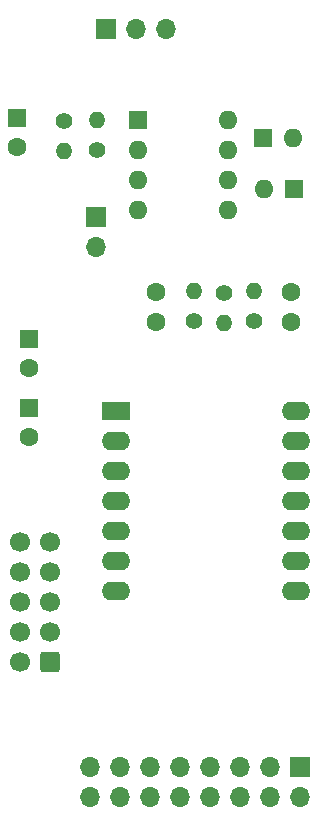
<source format=gbs>
%TF.GenerationSoftware,KiCad,Pcbnew,(6.0.1)*%
%TF.CreationDate,2022-10-15T09:01:03-04:00*%
%TF.ProjectId,SYNTH-VCO-DB-03,53594e54-482d-4564-934f-2d44422d3033,1*%
%TF.SameCoordinates,Original*%
%TF.FileFunction,Soldermask,Bot*%
%TF.FilePolarity,Negative*%
%FSLAX46Y46*%
G04 Gerber Fmt 4.6, Leading zero omitted, Abs format (unit mm)*
G04 Created by KiCad (PCBNEW (6.0.1)) date 2022-10-15 09:01:03*
%MOMM*%
%LPD*%
G01*
G04 APERTURE LIST*
G04 Aperture macros list*
%AMRoundRect*
0 Rectangle with rounded corners*
0 $1 Rounding radius*
0 $2 $3 $4 $5 $6 $7 $8 $9 X,Y pos of 4 corners*
0 Add a 4 corners polygon primitive as box body*
4,1,4,$2,$3,$4,$5,$6,$7,$8,$9,$2,$3,0*
0 Add four circle primitives for the rounded corners*
1,1,$1+$1,$2,$3*
1,1,$1+$1,$4,$5*
1,1,$1+$1,$6,$7*
1,1,$1+$1,$8,$9*
0 Add four rect primitives between the rounded corners*
20,1,$1+$1,$2,$3,$4,$5,0*
20,1,$1+$1,$4,$5,$6,$7,0*
20,1,$1+$1,$6,$7,$8,$9,0*
20,1,$1+$1,$8,$9,$2,$3,0*%
G04 Aperture macros list end*
%ADD10R,1.700000X1.700000*%
%ADD11O,1.700000X1.700000*%
%ADD12R,1.600000X1.600000*%
%ADD13C,1.600000*%
%ADD14O,1.600000X1.600000*%
%ADD15C,1.400000*%
%ADD16O,1.400000X1.400000*%
%ADD17RoundRect,0.250000X0.600000X0.600000X-0.600000X0.600000X-0.600000X-0.600000X0.600000X-0.600000X0*%
%ADD18C,1.700000*%
%ADD19R,2.400000X1.600000*%
%ADD20O,2.400000X1.600000*%
G04 APERTURE END LIST*
D10*
%TO.C,J2*%
X86500000Y-42500000D03*
D11*
X89040000Y-42500000D03*
X91580000Y-42500000D03*
%TD*%
D12*
%TO.C,C11*%
X79000000Y-50000000D03*
D13*
X79000000Y-52500000D03*
%TD*%
D12*
%TO.C,C9*%
X80022000Y-74552888D03*
D13*
X80022000Y-77052888D03*
%TD*%
D12*
%TO.C,D1*%
X99824315Y-51750000D03*
D14*
X102364315Y-51750000D03*
%TD*%
D10*
%TO.C,J1*%
X103000000Y-105000000D03*
D11*
X103000000Y-107540000D03*
X100460000Y-105000000D03*
X100460000Y-107540000D03*
X97920000Y-105000000D03*
X97920000Y-107540000D03*
X95380000Y-105000000D03*
X95380000Y-107540000D03*
X92840000Y-105000000D03*
X92840000Y-107540000D03*
X90300000Y-105000000D03*
X90300000Y-107540000D03*
X87760000Y-105000000D03*
X87760000Y-107540000D03*
X85220000Y-105000000D03*
X85220000Y-107540000D03*
%TD*%
D15*
%TO.C,R3*%
X85750000Y-52720000D03*
D16*
X85750000Y-50180000D03*
%TD*%
D13*
%TO.C,C2*%
X102235000Y-64789990D03*
X102235000Y-67289990D03*
%TD*%
D15*
%TO.C,R5*%
X96520000Y-64820000D03*
D16*
X96520000Y-67360000D03*
%TD*%
D12*
%TO.C,D2*%
X102425686Y-56000000D03*
D14*
X99885686Y-56000000D03*
%TD*%
D12*
%TO.C,U1*%
X89200000Y-50200000D03*
D14*
X89200000Y-52740000D03*
X89200000Y-55280000D03*
X89200000Y-57820000D03*
X96820000Y-57820000D03*
X96820000Y-55280000D03*
X96820000Y-52740000D03*
X96820000Y-50200000D03*
%TD*%
D13*
%TO.C,C3*%
X90805000Y-67290010D03*
X90805000Y-64790010D03*
%TD*%
D17*
%TO.C,J5*%
X81752500Y-96080000D03*
D18*
X79212500Y-96080000D03*
X81752500Y-93540000D03*
X79212500Y-93540000D03*
X81752500Y-91000000D03*
X79212500Y-91000000D03*
X81752500Y-88460000D03*
X79212500Y-88460000D03*
X81752500Y-85920000D03*
X79212500Y-85920000D03*
%TD*%
D19*
%TO.C,U2*%
X87380000Y-74880000D03*
D20*
X87380000Y-77420000D03*
X87380000Y-79960000D03*
X87380000Y-82500000D03*
X87380000Y-85040000D03*
X87380000Y-87580000D03*
X87380000Y-90120000D03*
X102620000Y-90120000D03*
X102620000Y-87580000D03*
X102620000Y-85040000D03*
X102620000Y-82500000D03*
X102620000Y-79960000D03*
X102620000Y-77420000D03*
X102620000Y-74880000D03*
%TD*%
D10*
%TO.C,H1*%
X85725000Y-58415000D03*
D11*
X85725000Y-60955000D03*
%TD*%
D15*
%TO.C,R2*%
X83000000Y-50280000D03*
D16*
X83000000Y-52820000D03*
%TD*%
D15*
%TO.C,R6*%
X93980000Y-67260000D03*
D16*
X93980000Y-64720000D03*
%TD*%
D15*
%TO.C,R4*%
X99060000Y-67260000D03*
D16*
X99060000Y-64720000D03*
%TD*%
D12*
%TO.C,C10*%
X80022000Y-68710888D03*
D13*
X80022000Y-71210888D03*
%TD*%
M02*

</source>
